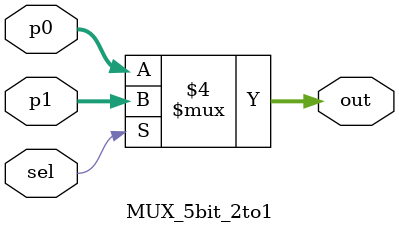
<source format=v>



module FUM_MIPS ();

reg clk;
wire [31:0] Instruction; // 32 bit instrucions in mips
wire [4:0] WriteRegister;   /// adress of register that we're gonna write in.
wire [31:0] ReadData1, ReadData2;
wire [31:0] Instruction_15_0_SignExtended;
wire [31:0] ALUSrc2, ALUResult;  // ALUSrc2 is the second input for ALU
wire [31:0] DataMemory_ReadData;

wire [31:0] BranchOrPC;    //// pc=pc+4 or pc = BranchAddress
wire [31:0] BranchAddress;


reg  [31:0] ProgramCounter;   //  pc    
wire [31:0] RegisterFile_WriteData;   /// data that we want to write in regFile

wire [31:0] JumpAddress;
wire [31:0] FinalPC, ProgramCounterPlus2;   //  final pc is final value for pc after checking branchs ans jump

//  ????

wire RegDst, ALUSrc, MemtoReg, RegWrite, MemRead, MemWrite, Jump, Beq, Bne;
wire [3:0] ALU_ControlOut;     // output of cintrol unit                                                               

wire Zero, gt,lt;

wire Branch;  // control signal for branch and bne

reg  [31:0] temp;    


  initial begin
    temp <= 32'd0;
    ProgramCounter <= 32'd0;
    clk <= 0;
  end
  
  always #10 clk = ~clk;
  
  always @(posedge clk)    
  begin
   ProgramCounter = temp;
   #1
   temp = FinalPC[31:0];

  end


assign Branch = (Beq & Zero) | (Bne & !(Zero));
assign JumpAddress = {ProgramCounter[31:25] , Instruction[25:0]}; // calculate JumpAddress 



MUX_5bit_2to1  RegDst_Multiplexer(Instruction[20:16], Instruction[15:11], WriteRegister, RegDst); //if RegDst == 1 (R-type) : out = p1 else out = p0

MUX_32bit_2to1 ALUSrc_Multiplexer(Instruction_15_0_SignExtended, ReadData2, ALUSrc2, ALUSrc); //if ALUSrc == 1 (ADDI, SUBI ...) : out = p1 else out = p2

MUX_32bit_2to1 MemtoReg_Multiplexer(DataMemory_ReadData, ALUResult, RegisterFile_WriteData, MemtoReg); //if MemtoReg == 1 : out = p1 else out = p2

MUX_32bit_2to1 Branch_Multiplexer(BranchAddress, ProgramCounterPlus2, BranchOrPC, Branch);

MUX_32bit_2to1 Jump_Multiplexer(JumpAddress, BranchOrPC, FinalPC, Jump);


IMemBank InstructionMemory(1'b1, ProgramCounter, Instruction);  // fetch instruction   //  ProgramCounter   ??????

RegFile RegisterFile(clk, Instruction[25:21], Instruction[20:16], WriteRegister, RegisterFile_WriteData, RegWrite, ReadData1, ReadData2);

ALU Alu(ReadData1, ALUSrc2, ALU_ControlOut, ALUResult, Zero, lt, gt);

DMemBank DataMemory(MemRead, MemWrite, ALUResult[7:0], ReadData2, DataMemory_ReadData);

ControlUnit Control(Instruction[31:26], Instruction[5:0],
                    RegDst, ALUSrc, MemtoReg, RegWrite,
                    MemRead, MemWrite, Jump, Beq, Bne,ALU_ControlOut);
                    
/////   ????
Add_32 addadd(ProgramCounterPlus2[31:0], Instruction_15_0_SignExtended[31:0], BranchAddress[31:0]);   // calculate BranchAddress

SignExtend_32_bit Instruction_15_0_SignExtend(Instruction[15:0], Instruction_15_0_SignExtended, clk);

Add_PC ProgramCounter_Adder(temp, ProgramCounterPlus2[31:0], clk);  ///  pc = pc+1


endmodule



////    ????????
module Add_32(input [31:0] src1, src2, output reg [31:0] out);
always @(*)
    begin
        out = src1 + src2;
    end

endmodule

module SignExtend_32_bit(input[15:0] src,output reg [31:0] out,input clk);
always @(*) begin
    if(src[15])
      out = {16'b1111_1111_1111_1111 , src};
    else
      out = {16'd0 , src};
end
endmodule



////// ???????
module Add_PC(input [31:0] src, output reg  [31:0] out, input clk);
always @(*)
    begin
        out = src + 32'd1;
    end
endmodule

//2 to 1 MUX (32-bit inputs)
module MUX_32bit_2to1(p1, p2, out , sel);
input [31:0] p1;
input [31:0] p2;
input sel;
output reg [31:0] out;

always@(sel,p1,p2) begin
  if (sel==1'b1) begin
   out = p1;
  end 
  else begin 
   out = p2;
  end
end
endmodule

//2 to 1 MUX (5-bit inputs)
module MUX_5bit_2to1(p0, p1, out , sel);
input [4:0] p0;
input [4:0] p1;
input sel;
output reg [4:0] out;

always@(sel,p0,p1) begin
  if (sel==1'b1) begin
   out = p1;
  end 
  else begin
   out = p0;
  end
end
endmodule



</source>
